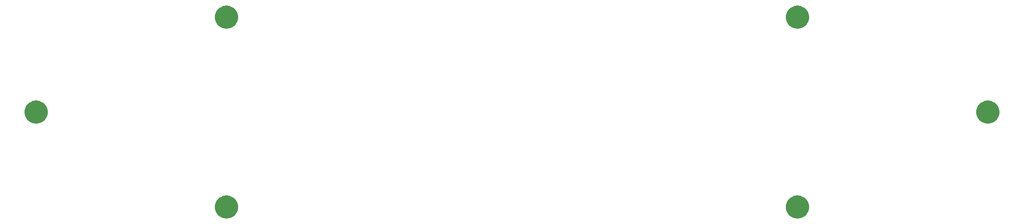
<source format=gbr>
G04 #@! TF.GenerationSoftware,KiCad,Pcbnew,(5.1.2-1)-1*
G04 #@! TF.CreationDate,2019-11-15T22:04:13-06:00*
G04 #@! TF.ProjectId,therick_top_plate,74686572-6963-46b5-9f74-6f705f706c61,rev?*
G04 #@! TF.SameCoordinates,Original*
G04 #@! TF.FileFunction,Soldermask,Top*
G04 #@! TF.FilePolarity,Negative*
%FSLAX46Y46*%
G04 Gerber Fmt 4.6, Leading zero omitted, Abs format (unit mm)*
G04 Created by KiCad (PCBNEW (5.1.2-1)-1) date 2019-11-15 22:04:13*
%MOMM*%
%LPD*%
G04 APERTURE LIST*
%ADD10C,0.100000*%
G04 APERTURE END LIST*
D10*
G36*
X217974503Y-89780113D02*
G01*
X218196777Y-89824326D01*
X218615532Y-89997780D01*
X218992402Y-90249596D01*
X219312904Y-90570098D01*
X219564720Y-90946968D01*
X219738174Y-91365723D01*
X219826600Y-91810271D01*
X219826600Y-92263529D01*
X219738174Y-92708077D01*
X219564720Y-93126832D01*
X219312904Y-93503702D01*
X218992402Y-93824204D01*
X218615532Y-94076020D01*
X218196777Y-94249474D01*
X217974503Y-94293687D01*
X217752230Y-94337900D01*
X217298970Y-94337900D01*
X217076697Y-94293687D01*
X216854423Y-94249474D01*
X216435668Y-94076020D01*
X216058798Y-93824204D01*
X215738296Y-93503702D01*
X215486480Y-93126832D01*
X215313026Y-92708077D01*
X215224600Y-92263529D01*
X215224600Y-91810271D01*
X215313026Y-91365723D01*
X215486480Y-90946968D01*
X215738296Y-90570098D01*
X216058798Y-90249596D01*
X216435668Y-89997780D01*
X216854423Y-89824326D01*
X217076697Y-89780113D01*
X217298970Y-89735900D01*
X217752230Y-89735900D01*
X217974503Y-89780113D01*
X217974503Y-89780113D01*
G37*
G36*
X103674503Y-89780113D02*
G01*
X103896777Y-89824326D01*
X104315532Y-89997780D01*
X104692402Y-90249596D01*
X105012904Y-90570098D01*
X105264720Y-90946968D01*
X105438174Y-91365723D01*
X105526600Y-91810271D01*
X105526600Y-92263529D01*
X105438174Y-92708077D01*
X105264720Y-93126832D01*
X105012904Y-93503702D01*
X104692402Y-93824204D01*
X104315532Y-94076020D01*
X103896777Y-94249474D01*
X103674503Y-94293687D01*
X103452230Y-94337900D01*
X102998970Y-94337900D01*
X102776697Y-94293687D01*
X102554423Y-94249474D01*
X102135668Y-94076020D01*
X101758798Y-93824204D01*
X101438296Y-93503702D01*
X101186480Y-93126832D01*
X101013026Y-92708077D01*
X100924600Y-92263529D01*
X100924600Y-91810271D01*
X101013026Y-91365723D01*
X101186480Y-90946968D01*
X101438296Y-90570098D01*
X101758798Y-90249596D01*
X102135668Y-89997780D01*
X102554423Y-89824326D01*
X102776697Y-89780113D01*
X102998970Y-89735900D01*
X103452230Y-89735900D01*
X103674503Y-89780113D01*
X103674503Y-89780113D01*
G37*
G36*
X256087203Y-70730113D02*
G01*
X256309477Y-70774326D01*
X256728232Y-70947780D01*
X257105102Y-71199596D01*
X257425604Y-71520098D01*
X257677420Y-71896968D01*
X257850874Y-72315723D01*
X257939300Y-72760271D01*
X257939300Y-73213529D01*
X257850874Y-73658077D01*
X257677420Y-74076832D01*
X257425604Y-74453702D01*
X257105102Y-74774204D01*
X256728232Y-75026020D01*
X256309477Y-75199474D01*
X256087203Y-75243687D01*
X255864930Y-75287900D01*
X255411670Y-75287900D01*
X255189397Y-75243687D01*
X254967123Y-75199474D01*
X254548368Y-75026020D01*
X254171498Y-74774204D01*
X253850996Y-74453702D01*
X253599180Y-74076832D01*
X253425726Y-73658077D01*
X253337300Y-73213529D01*
X253337300Y-72760271D01*
X253425726Y-72315723D01*
X253599180Y-71896968D01*
X253850996Y-71520098D01*
X254171498Y-71199596D01*
X254548368Y-70947780D01*
X254967123Y-70774326D01*
X255189397Y-70730113D01*
X255411670Y-70685900D01*
X255864930Y-70685900D01*
X256087203Y-70730113D01*
X256087203Y-70730113D01*
G37*
G36*
X65574503Y-70730113D02*
G01*
X65796777Y-70774326D01*
X66215532Y-70947780D01*
X66592402Y-71199596D01*
X66912904Y-71520098D01*
X67164720Y-71896968D01*
X67338174Y-72315723D01*
X67426600Y-72760271D01*
X67426600Y-73213529D01*
X67338174Y-73658077D01*
X67164720Y-74076832D01*
X66912904Y-74453702D01*
X66592402Y-74774204D01*
X66215532Y-75026020D01*
X65796777Y-75199474D01*
X65574503Y-75243687D01*
X65352230Y-75287900D01*
X64898970Y-75287900D01*
X64676697Y-75243687D01*
X64454423Y-75199474D01*
X64035668Y-75026020D01*
X63658798Y-74774204D01*
X63338296Y-74453702D01*
X63086480Y-74076832D01*
X62913026Y-73658077D01*
X62824600Y-73213529D01*
X62824600Y-72760271D01*
X62913026Y-72315723D01*
X63086480Y-71896968D01*
X63338296Y-71520098D01*
X63658798Y-71199596D01*
X64035668Y-70947780D01*
X64454423Y-70774326D01*
X64676697Y-70730113D01*
X64898970Y-70685900D01*
X65352230Y-70685900D01*
X65574503Y-70730113D01*
X65574503Y-70730113D01*
G37*
G36*
X217987203Y-51680113D02*
G01*
X218209477Y-51724326D01*
X218628232Y-51897780D01*
X219005102Y-52149596D01*
X219325604Y-52470098D01*
X219577420Y-52846968D01*
X219750874Y-53265723D01*
X219839300Y-53710271D01*
X219839300Y-54163529D01*
X219750874Y-54608077D01*
X219577420Y-55026832D01*
X219325604Y-55403702D01*
X219005102Y-55724204D01*
X218628232Y-55976020D01*
X218209477Y-56149474D01*
X217987203Y-56193687D01*
X217764930Y-56237900D01*
X217311670Y-56237900D01*
X217089397Y-56193687D01*
X216867123Y-56149474D01*
X216448368Y-55976020D01*
X216071498Y-55724204D01*
X215750996Y-55403702D01*
X215499180Y-55026832D01*
X215325726Y-54608077D01*
X215237300Y-54163529D01*
X215237300Y-53710271D01*
X215325726Y-53265723D01*
X215499180Y-52846968D01*
X215750996Y-52470098D01*
X216071498Y-52149596D01*
X216448368Y-51897780D01*
X216867123Y-51724326D01*
X217089397Y-51680113D01*
X217311670Y-51635900D01*
X217764930Y-51635900D01*
X217987203Y-51680113D01*
X217987203Y-51680113D01*
G37*
G36*
X103674503Y-51680113D02*
G01*
X103896777Y-51724326D01*
X104315532Y-51897780D01*
X104692402Y-52149596D01*
X105012904Y-52470098D01*
X105264720Y-52846968D01*
X105438174Y-53265723D01*
X105526600Y-53710271D01*
X105526600Y-54163529D01*
X105438174Y-54608077D01*
X105264720Y-55026832D01*
X105012904Y-55403702D01*
X104692402Y-55724204D01*
X104315532Y-55976020D01*
X103896777Y-56149474D01*
X103674503Y-56193687D01*
X103452230Y-56237900D01*
X102998970Y-56237900D01*
X102776697Y-56193687D01*
X102554423Y-56149474D01*
X102135668Y-55976020D01*
X101758798Y-55724204D01*
X101438296Y-55403702D01*
X101186480Y-55026832D01*
X101013026Y-54608077D01*
X100924600Y-54163529D01*
X100924600Y-53710271D01*
X101013026Y-53265723D01*
X101186480Y-52846968D01*
X101438296Y-52470098D01*
X101758798Y-52149596D01*
X102135668Y-51897780D01*
X102554423Y-51724326D01*
X102776697Y-51680113D01*
X102998970Y-51635900D01*
X103452230Y-51635900D01*
X103674503Y-51680113D01*
X103674503Y-51680113D01*
G37*
M02*

</source>
